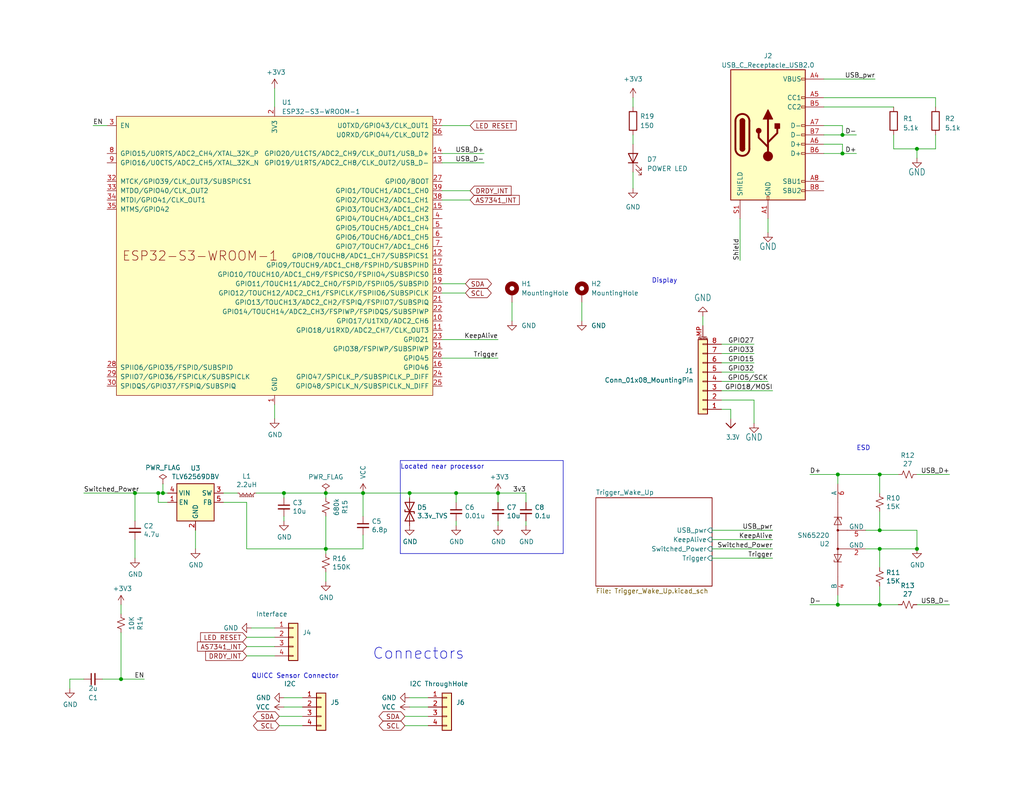
<source format=kicad_sch>
(kicad_sch (version 20230121) (generator eeschema)
  (paper "USLetter")
  (lib_symbols
    (symbol "Connector:USB_C_Receptacle_USB2.0" (pin_names (offset 1.016))
      (property "Reference" "J" (at -10.16 19.05 0))
      (property "Value" "USB_C_Receptacle_USB2.0" (at 19.05 19.05 0))
      (symbol "USB_C_Receptacle_USB2.0_1_1"
        (pin passive line (at 0 -22.86 90) (length 5.08) (name "GND") (number "A1"))
        (pin passive line (at 0 -22.86 90) (length 5.08) hide (name "GND") (number "A12"))
        (pin passive line (at 15.24 15.24 180) (length 5.08) (name "VBUS") (number "A4"))
        (pin bidirectional line (at 15.24 10.16 180) (length 5.08) (name "CC1") (number "A5"))
        (pin bidirectional line (at 15.24 -2.54 180) (length 5.08) (name "D+") (number "A6"))
        (pin bidirectional line (at 15.24 2.54 180) (length 5.08) (name "D-") (number "A7"))
        (pin bidirectional line (at 15.24 -12.7 180) (length 5.08) (name "SBU1") (number "A8"))
        (pin passive line (at 15.24 15.24 180) (length 5.08) hide (name "VBUS") (number "A9"))
        (pin passive line (at 0 -22.86 90) (length 5.08) hide (name "GND") (number "B1"))
        (pin passive line (at 0 -22.86 90) (length 5.08) hide (name "GND") (number "B12"))
        (pin passive line (at 15.24 15.24 180) (length 5.08) hide (name "VBUS") (number "B4"))
        (pin bidirectional line (at 15.24 7.62 180) (length 5.08) (name "CC2") (number "B5"))
        (pin bidirectional line (at 15.24 -5.08 180) (length 5.08) (name "D+") (number "B6"))
        (pin bidirectional line (at 15.24 0 180) (length 5.08) (name "D-") (number "B7"))
        (pin bidirectional line (at 15.24 -15.24 180) (length 5.08) (name "SBU2") (number "B8"))
        (pin passive line (at 15.24 15.24 180) (length 5.08) hide (name "VBUS") (number "B9"))
        (pin passive line (at -7.62 -22.86 90) (length 5.08) (name "SHIELD") (number "S1"))
      )
    )
    (symbol "Connector_Generic:Conn_01x04" (pin_names (offset 1.016) hide)
      (property "Reference" "J" (at 0 5.08 0))
      (property "Value" "Conn_01x04" (at 0 -7.62 0))
      (symbol "Conn_01x04_1_1"
        (pin passive line (at -5.08 2.54 0) (length 3.81) (name "Pin_1") (number "1"))
        (pin passive line (at -5.08 0 0) (length 3.81) (name "Pin_2") (number "2"))
        (pin passive line (at -5.08 -2.54 0) (length 3.81) (name "Pin_3") (number "3"))
        (pin passive line (at -5.08 -5.08 0) (length 3.81) (name "Pin_4") (number "4"))
      )
    )
    (symbol "Connector_Generic_MountingPin:Conn_01x08_MountingPin" (pin_names (offset 1.016) hide)
      (property "Reference" "J" (at 0 10.16 0))
      (property "Value" "Conn_01x08_MountingPin" (at 1.27 -12.7 0))
      (symbol "Conn_01x08_MountingPin_1_1"
        (text "Mounting" (at 0 -11.811 0) (effects (font (size 0.381 0.381))))
        (pin passive line (at -5.08 7.62 0) (length 3.81) (name "Pin_1") (number "1"))
        (pin passive line (at -5.08 5.08 0) (length 3.81) (name "Pin_2") (number "2"))
        (pin passive line (at -5.08 2.54 0) (length 3.81) (name "Pin_3") (number "3"))
        (pin passive line (at -5.08 0 0) (length 3.81) (name "Pin_4") (number "4"))
        (pin passive line (at -5.08 -2.54 0) (length 3.81) (name "Pin_5") (number "5"))
        (pin passive line (at -5.08 -5.08 0) (length 3.81) (name "Pin_6") (number "6"))
        (pin passive line (at -5.08 -7.62 0) (length 3.81) (name "Pin_7") (number "7"))
        (pin passive line (at -5.08 -10.16 0) (length 3.81) (name "Pin_8") (number "8"))
        (pin passive line (at 0 -15.24 90) (length 3.048) (name "MountPin") (number "MP"))
      )
    )
    (symbol "ControllerBoard-eagle-import:3.3V" (power)
      (property "Value" "3.3V" (at -1.524 1.016 0))
      (symbol "3.3V_1_0"
        (pin power_in line (at 0 -2.54 90) (length 2.54) (name "3.3V") (number "1"))
      )
    )
    (symbol "Device:LED" (pin_numbers hide) (pin_names (offset 1.016) hide)
      (property "Reference" "D" (at 0 2.54 0))
      (property "Value" "LED" (at 0 -2.54 0))
      (symbol "LED_1_1"
        (pin passive line (at -3.81 0 0) (length 2.54) (name "K") (number "1"))
        (pin passive line (at 3.81 0 180) (length 2.54) (name "A") (number "2"))
      )
    )
    (symbol "Device:L_Core_Ferrite_Small" (pin_numbers hide) (pin_names (offset 0.254) hide)
      (property "Reference" "L" (at 1.27 1.016 0))
      (property "Value" "Device_L_Core_Ferrite_Small" (at 1.27 -1.27 0))
      (symbol "L_Core_Ferrite_Small_1_1"
        (pin passive line (at 0 2.54 270) (length 0.508) (name "~") (number "1"))
        (pin passive line (at 0 -2.54 90) (length 0.508) (name "~") (number "2"))
      )
    )
    (symbol "Device:R" (pin_numbers hide) (pin_names (offset 0))
      (property "Reference" "R" (at 2.032 0 90))
      (property "Value" "R" (at 0 0 90))
      (symbol "R_1_1"
        (pin passive line (at 0 3.81 270) (length 1.27) (name "~") (number "1"))
        (pin passive line (at 0 -3.81 90) (length 1.27) (name "~") (number "2"))
      )
    )
    (symbol "Espressif:ESP32-S3-WROOM-1" (pin_names (offset 1.016))
      (property "Reference" "U" (at -43.18 43.18 0))
      (property "Value" "ESP32-S3-WROOM-1" (at -43.18 40.64 0))
      (symbol "ESP32-S3-WROOM-1_0_0"
        (text "ESP32-S3-WROOM-1" (at -20.32 0 0) (effects (font (size 2.54 2.54))))
        (pin power_in line (at 0 -40.64 90) (length 2.54) (name "GND") (number "1"))
        (pin bidirectional line (at 45.72 -17.78 180) (length 2.54) (name "GPIO17/U1TXD/ADC2_CH6") (number "10"))
        (pin bidirectional line (at 45.72 -20.32 180) (length 2.54) (name "GPIO18/U1RXD/ADC2_CH7/CLK_OUT3") (number "11"))
        (pin bidirectional line (at 45.72 0 180) (length 2.54) (name "GPIO8/TOUCH8/ADC1_CH7/SUBSPICS1") (number "12"))
        (pin bidirectional line (at 45.72 25.4 180) (length 2.54) (name "GPIO19/U1RTS/ADC2_CH8/CLK_OUT2/USB_D-") (number "13"))
        (pin bidirectional line (at 45.72 27.94 180) (length 2.54) (name "GPIO20/U1CTS/ADC2_CH9/CLK_OUT1/USB_D+") (number "14"))
        (pin bidirectional line (at 45.72 12.7 180) (length 2.54) (name "GPIO3/TOUCH3/ADC1_CH2") (number "15"))
        (pin bidirectional line (at 45.72 -30.48 180) (length 2.54) (name "GPIO46") (number "16"))
        (pin bidirectional line (at 45.72 -2.54 180) (length 2.54) (name "GPIO9/TOUCH9/ADC1_CH8/FSPIHD/SUBSPIHD") (number "17"))
        (pin bidirectional line (at 45.72 -5.08 180) (length 2.54) (name "GPIO10/TOUCH10/ADC1_CH9/FSPICS0/FSPIIO4/SUBSPICS0") (number "18"))
        (pin bidirectional line (at 45.72 -7.62 180) (length 2.54) (name "GPIO11/TOUCH11/ADC2_CH0/FSPID/FSPIIO5/SUBSPID") (number "19"))
        (pin power_in line (at 0 40.64 270) (length 2.54) (name "3V3") (number "2"))
        (pin bidirectional line (at 45.72 -10.16 180) (length 2.54) (name "GPIO12/TOUCH12/ADC2_CH1/FSPICLK/FSPIIO6/SUBSPICLK") (number "20"))
        (pin bidirectional line (at 45.72 -12.7 180) (length 2.54) (name "GPIO13/TOUCH13/ADC2_CH2/FSPIQ/FSPIIO7/SUBSPIQ") (number "21"))
        (pin bidirectional line (at 45.72 -15.24 180) (length 2.54) (name "GPIO14/TOUCH14/ADC2_CH3/FSPIWP/FSPIDQS/SUBSPIWP") (number "22"))
        (pin bidirectional line (at 45.72 -22.86 180) (length 2.54) (name "GPIO21") (number "23"))
        (pin bidirectional line (at 45.72 -33.02 180) (length 2.54) (name "GPIO47/SPICLK_P/SUBSPICLK_P_DIFF") (number "24"))
        (pin bidirectional line (at 45.72 -35.56 180) (length 2.54) (name "GPIO48/SPICLK_N/SUBSPICLK_N_DIFF") (number "25"))
        (pin bidirectional line (at 45.72 -27.94 180) (length 2.54) (name "GPIO45") (number "26"))
        (pin bidirectional line (at 45.72 20.32 180) (length 2.54) (name "GPIO0/BOOT") (number "27"))
        (pin bidirectional line (at -45.72 -30.48 0) (length 2.54) (name "SPIIO6/GPIO35/FSPID/SUBSPID") (number "28"))
        (pin bidirectional line (at -45.72 -33.02 0) (length 2.54) (name "SPIIO7/GPIO36/FSPICLK/SUBSPICLK") (number "29"))
        (pin input line (at -45.72 35.56 0) (length 2.54) (name "EN") (number "3"))
        (pin bidirectional line (at -45.72 -35.56 0) (length 2.54) (name "SPIDQS/GPIO37/FSPIQ/SUBSPIQ") (number "30"))
        (pin bidirectional line (at 45.72 -25.4 180) (length 2.54) (name "GPIO38/FSPIWP/SUBSPIWP") (number "31"))
        (pin bidirectional line (at -45.72 20.32 0) (length 2.54) (name "MTCK/GPIO39/CLK_OUT3/SUBSPICS1") (number "32"))
        (pin bidirectional line (at -45.72 17.78 0) (length 2.54) (name "MTDO/GPIO40/CLK_OUT2") (number "33"))
        (pin bidirectional line (at -45.72 15.24 0) (length 2.54) (name "MTDI/GPIO41/CLK_OUT1") (number "34"))
        (pin bidirectional line (at -45.72 12.7 0) (length 2.54) (name "MTMS/GPIO42") (number "35"))
        (pin bidirectional line (at 45.72 33.02 180) (length 2.54) (name "U0RXD/GPIO44/CLK_OUT2") (number "36"))
        (pin bidirectional line (at 45.72 35.56 180) (length 2.54) (name "U0TXD/GPIO43/CLK_OUT1") (number "37"))
        (pin bidirectional line (at 45.72 15.24 180) (length 2.54) (name "GPIO2/TOUCH2/ADC1_CH1") (number "38"))
        (pin bidirectional line (at 45.72 17.78 180) (length 2.54) (name "GPIO1/TOUCH1/ADC1_CH0") (number "39"))
        (pin bidirectional line (at 45.72 10.16 180) (length 2.54) (name "GPIO4/TOUCH4/ADC1_CH3") (number "4"))
        (pin passive line (at 0 -40.64 90) (length 2.54) hide (name "GND") (number "40"))
        (pin passive line (at 0 -40.64 90) (length 2.54) hide (name "GND") (number "41"))
        (pin bidirectional line (at 45.72 7.62 180) (length 2.54) (name "GPIO5/TOUCH5/ADC1_CH4") (number "5"))
        (pin bidirectional line (at 45.72 5.08 180) (length 2.54) (name "GPIO6/TOUCH6/ADC1_CH5") (number "6"))
        (pin bidirectional line (at 45.72 2.54 180) (length 2.54) (name "GPIO7/TOUCH7/ADC1_CH6") (number "7"))
        (pin bidirectional line (at -45.72 27.94 0) (length 2.54) (name "GPIO15/U0RTS/ADC2_CH4/XTAL_32K_P") (number "8"))
        (pin bidirectional line (at -45.72 25.4 0) (length 2.54) (name "GPIO16/U0CTS/ADC2_CH5/XTAL_32K_N") (number "9"))
      )
    )
    (symbol "Mechanical:MountingHole_Pad" (pin_numbers hide) (pin_names (offset 1.016) hide)
      (property "Reference" "H" (at 0 6.35 0))
      (property "Value" "MountingHole_Pad" (at 0 4.445 0))
      (symbol "MountingHole_Pad_1_1"
        (pin input line (at 0 -2.54 90) (length 2.54) (name "1") (number "1"))
      )
    )
    (symbol "power:+3.3V" (power) (pin_names (offset 0))
      (property "Value" "+3.3V" (at 0 3.556 0))
      (symbol "+3.3V_1_1"
        (pin power_in line (at 0 0 90) (length 0) hide (name "+3V3") (number "1"))
      )
    )
    (symbol "power:GND" (power) (pin_names (offset 0))
      (property "Value" "GND" (at 0 -3.81 0))
      (symbol "GND_1_1"
        (pin power_in line (at 0 0 270) (length 0) hide (name "GND") (number "1"))
      )
    )
    (symbol "power:PWR_FLAG" (power) (pin_numbers hide) (pin_names (offset 0) hide)
      (property "Value" "PWR_FLAG" (at 0 3.81 0))
      (symbol "PWR_FLAG_0_0"
        (pin power_out line (at 0 0 90) (length 0) (name "pwr") (number "1"))
      )
    )
    (symbol "power:VCC" (power) (pin_names (offset 0))
      (property "Value" "VCC" (at 0 3.81 0))
      (symbol "VCC_1_1"
        (pin power_in line (at 0 0 90) (length 0) hide (name "VCC") (number "1"))
      )
    )
    (symbol "temp-sensor-rescue:+3.3V-power-temp-sensor-rescue" (power) (pin_names (offset 0))
      (property "Value" "+3.3V-power-temp-sensor-rescue" (at 0 3.556 0))
      (symbol "+3.3V-power-temp-sensor-rescue_1_1"
        (pin power_in line (at 0 0 90) (length 0) hide (name "+3V3") (number "1"))
      )
    )
    (symbol "temp-sensor-rescue:C_Small-Device-temp-sensor-rescue" (pin_numbers hide) (pin_names (offset 0.254) hide)
      (property "Reference" "C" (at 0.254 1.778 0))
      (property "Value" "C_Small-Device-temp-sensor-rescue" (at 0.254 -2.032 0))
      (symbol "C_Small-Device-temp-sensor-rescue_1_1"
        (pin passive line (at 0 2.54 270) (length 2.032) (name "~") (number "1"))
        (pin passive line (at 0 -2.54 90) (length 2.032) (name "~") (number "2"))
      )
    )
    (symbol "temp-sensor-rescue:D_TVS-Device-temp-sensor-rescue" (pin_numbers hide) (pin_names (offset 1.016) hide)
      (property "Reference" "D" (at 0 2.54 0))
      (property "Value" "D_TVS-Device-temp-sensor-rescue" (at 0 -2.54 0))
      (symbol "D_TVS-Device-temp-sensor-rescue_1_1"
        (pin passive line (at -3.81 0 0) (length 2.54) (name "A1") (number "1"))
        (pin passive line (at 3.81 0 180) (length 2.54) (name "A2") (number "2"))
      )
    )
    (symbol "temp-sensor-rescue:GND-power-temp-sensor-rescue" (power) (pin_names (offset 0))
      (property "Value" "GND-power-temp-sensor-rescue" (at 0 -3.81 0))
      (symbol "GND-power-temp-sensor-rescue_1_1"
        (pin power_in line (at 0 0 270) (length 0) hide (name "GND") (number "1"))
      )
    )
    (symbol "temp-sensor-rescue:R_Small_US-Device-temp-sensor-rescue" (pin_numbers hide) (pin_names (offset 0.254) hide)
      (property "Reference" "R" (at 0.762 0.508 0))
      (property "Value" "R_Small_US-Device-temp-sensor-rescue" (at 0.762 -1.016 0))
      (symbol "R_Small_US-Device-temp-sensor-rescue_1_1"
        (pin passive line (at 0 2.54 270) (length 1.016) (name "~") (number "1"))
        (pin passive line (at 0 -2.54 90) (length 1.016) (name "~") (number "2"))
      )
    )
    (symbol "temp-sensor-rescue:TLV62569DBV-Regulator_Switching-temp-sensor-rescue"
      (property "Reference" "U" (at -5.08 6.35 0))
      (property "Value" "TLV62569DBV-Regulator_Switching-temp-sensor-rescue" (at 0 6.35 0))
      (symbol "TLV62569DBV-Regulator_Switching-temp-sensor-rescue_1_1"
        (pin input line (at -7.62 0 0) (length 2.54) (name "EN") (number "1"))
        (pin power_in line (at 0 -7.62 90) (length 2.54) (name "GND") (number "2"))
        (pin power_out line (at 7.62 2.54 180) (length 2.54) (name "SW") (number "3"))
        (pin power_in line (at -7.62 2.54 0) (length 2.54) (name "VIN") (number "4"))
        (pin input line (at 7.62 0 180) (length 2.54) (name "FB") (number "5"))
      )
    )
    (symbol "twig:SN65220-Power_Protection_passthrough" (pin_names (offset 0))
      (property "Reference" "U" (at 0 5.715 0))
      (property "Value" "SN65220-Power_Protection_passthrough" (at 0 3.81 0))
      (symbol "SN65220-Power_Protection_passthrough_1_1"
        (pin passive line (at -15.24 0 0) (length 2.54) hide (name "~") (number "1"))
        (pin passive line (at 2.54 -7.62 90) (length 5.08) (name "GND") (number "2"))
        (pin passive line (at 15.24 0 180) (length 2.54) hide (name "~") (number "3"))
        (pin passive line (at 15.24 0 180) (length 5.08) (name "B") (number "4"))
        (pin passive line (at -2.54 -7.62 90) (length 5.08) (name "GND") (number "5"))
        (pin passive line (at -15.24 0 0) (length 5.08) (name "A") (number "6"))
      )
    )
  )
  (junction (at 99.06 134.62))
  (junction (at 88.9 149.86))
  (junction (at 228.6 129.54))
  (junction (at 77.47 134.62))
  (junction (at 44.45 134.62))
  (junction (at 135.89 134.62))
  (junction (at 240.03 129.54))
  (junction (at 250.19 40.64))
  (junction (at 229.87 36.83))
  (junction (at 36.83 134.62))
  (junction (at 43.18 134.62))
  (junction (at 33.02 185.42))
  (junction (at 240.03 165.1))
  (junction (at 111.76 134.62))
  (junction (at 124.46 134.62))
  (junction (at 240.03 149.86))
  (junction (at 88.9 134.62))
  (junction (at 229.87 41.91))
  (junction (at 250.19 149.86))
  (junction (at 228.6 165.1))
  (junction (at 240.03 144.78))
  (wire (pts (xy 194.31 147.32) (xy 210.82 147.32)))
  (wire (pts (xy 205.74 109.22) (xy 205.74 115.57)))
  (wire (pts (xy 128.27 54.61) (xy 120.65 54.61)))
  (wire (pts (xy 240.03 144.78) (xy 240.03 139.7)))
  (wire (pts (xy 143.51 142.24) (xy 143.51 143.51)))
  (wire (pts (xy 139.7 82.55) (xy 139.7 87.63)))
  (wire (pts (xy 196.85 96.52) (xy 205.74 96.52)))
  (wire (pts (xy 240.03 129.54) (xy 240.03 134.62)))
  (wire (pts (xy 127 80.01) (xy 120.65 80.01)))
  (wire (pts (xy 172.72 26.67) (xy 172.72 29.21)))
  (wire (pts (xy 22.86 134.62) (xy 36.83 134.62)))
  (wire (pts (xy 53.34 149.86) (xy 53.34 144.78)))
  (wire (pts (xy 120.65 44.45) (xy 132.08 44.45)))
  (wire (pts (xy 25.4 34.29) (xy 29.21 34.29)))
  (wire (pts (xy 240.03 160.02) (xy 240.03 165.1)))
  (wire (pts (xy 135.89 134.62) (xy 143.51 134.62)))
  (wire (pts (xy 77.47 193.04) (xy 82.55 193.04)))
  (wire (pts (xy 36.83 134.62) (xy 43.18 134.62)))
  (wire (pts (xy 250.19 149.86) (xy 240.03 149.86)))
  (wire (pts (xy 191.77 88.9) (xy 191.77 86.36)))
  (polyline (pts (xy 109.22 125.73) (xy 109.22 151.13)))
  (wire (pts (xy 243.84 36.83) (xy 243.84 40.64)))
  (wire (pts (xy 229.87 36.83) (xy 233.68 36.83)))
  (wire (pts (xy 74.93 110.49) (xy 74.93 114.3)))
  (wire (pts (xy 209.55 63.5) (xy 209.55 59.69)))
  (wire (pts (xy 111.76 134.62) (xy 124.46 134.62)))
  (wire (pts (xy 124.46 134.62) (xy 135.89 134.62)))
  (wire (pts (xy 135.89 137.16) (xy 135.89 134.62)))
  (wire (pts (xy 67.31 179.07) (xy 74.93 179.07)))
  (wire (pts (xy 111.76 193.04) (xy 116.84 193.04)))
  (wire (pts (xy 88.9 149.86) (xy 99.06 149.86)))
  (wire (pts (xy 99.06 134.62) (xy 99.06 140.97)))
  (wire (pts (xy 194.31 149.86) (xy 210.82 149.86)))
  (wire (pts (xy 110.49 195.58) (xy 116.84 195.58)))
  (wire (pts (xy 77.47 190.5) (xy 82.55 190.5)))
  (wire (pts (xy 124.46 134.62) (xy 124.46 137.16)))
  (wire (pts (xy 135.89 143.51) (xy 135.89 142.24)))
  (wire (pts (xy 120.65 92.71) (xy 135.89 92.71)))
  (polyline (pts (xy 153.67 125.73) (xy 153.67 151.13)))
  (wire (pts (xy 88.9 135.89) (xy 88.9 134.62)))
  (wire (pts (xy 45.72 137.16) (xy 43.18 137.16)))
  (polyline (pts (xy 153.67 151.13) (xy 109.22 151.13)))
  (wire (pts (xy 250.19 144.78) (xy 240.03 144.78)))
  (wire (pts (xy 128.27 34.29) (xy 120.65 34.29)))
  (wire (pts (xy 68.58 171.45) (xy 74.93 171.45)))
  (wire (pts (xy 88.9 134.62) (xy 99.06 134.62)))
  (wire (pts (xy 224.79 29.21) (xy 243.84 29.21)))
  (wire (pts (xy 240.03 149.86) (xy 240.03 154.94)))
  (wire (pts (xy 19.05 185.42) (xy 19.05 187.96)))
  (wire (pts (xy 111.76 190.5) (xy 116.84 190.5)))
  (wire (pts (xy 67.31 173.99) (xy 74.93 173.99)))
  (wire (pts (xy 199.39 111.76) (xy 199.39 114.3)))
  (wire (pts (xy 33.02 185.42) (xy 39.37 185.42)))
  (wire (pts (xy 228.6 165.1) (xy 228.6 162.56)))
  (wire (pts (xy 255.27 26.67) (xy 224.79 26.67)))
  (wire (pts (xy 120.65 41.91) (xy 132.08 41.91)))
  (wire (pts (xy 229.87 36.83) (xy 224.79 36.83)))
  (wire (pts (xy 99.06 149.86) (xy 99.06 146.05)))
  (wire (pts (xy 27.94 185.42) (xy 33.02 185.42)))
  (wire (pts (xy 243.84 40.64) (xy 250.19 40.64)))
  (wire (pts (xy 120.65 97.79) (xy 135.89 97.79)))
  (wire (pts (xy 127 77.47) (xy 120.65 77.47)))
  (wire (pts (xy 76.2 198.12) (xy 82.55 198.12)))
  (wire (pts (xy 196.85 93.98) (xy 205.74 93.98)))
  (wire (pts (xy 43.18 134.62) (xy 44.45 134.62)))
  (wire (pts (xy 224.79 34.29) (xy 229.87 34.29)))
  (wire (pts (xy 44.45 132.08) (xy 44.45 134.62)))
  (wire (pts (xy 250.19 129.54) (xy 259.08 129.54)))
  (wire (pts (xy 245.11 165.1) (xy 240.03 165.1)))
  (wire (pts (xy 196.85 106.68) (xy 210.82 106.68)))
  (wire (pts (xy 33.02 172.72) (xy 33.02 185.42)))
  (wire (pts (xy 250.19 40.64) (xy 255.27 40.64)))
  (wire (pts (xy 236.22 149.86) (xy 240.03 149.86)))
  (wire (pts (xy 172.72 46.99) (xy 172.72 51.435)))
  (wire (pts (xy 111.76 135.89) (xy 111.76 134.62)))
  (wire (pts (xy 196.85 104.14) (xy 209.55 104.14)))
  (wire (pts (xy 228.6 165.1) (xy 220.98 165.1)))
  (wire (pts (xy 229.87 39.37) (xy 229.87 41.91)))
  (wire (pts (xy 196.85 109.22) (xy 205.74 109.22)))
  (wire (pts (xy 69.85 134.62) (xy 77.47 134.62)))
  (wire (pts (xy 60.96 134.62) (xy 64.77 134.62)))
  (wire (pts (xy 229.87 41.91) (xy 233.68 41.91)))
  (wire (pts (xy 250.19 144.78) (xy 250.19 149.86)))
  (wire (pts (xy 74.93 24.13) (xy 74.93 29.21)))
  (wire (pts (xy 36.83 147.32) (xy 36.83 152.4)))
  (wire (pts (xy 259.08 165.1) (xy 250.19 165.1)))
  (wire (pts (xy 110.49 198.12) (xy 116.84 198.12)))
  (wire (pts (xy 229.87 34.29) (xy 229.87 36.83)))
  (wire (pts (xy 67.31 176.53) (xy 74.93 176.53)))
  (wire (pts (xy 67.31 137.16) (xy 67.31 149.86)))
  (wire (pts (xy 240.03 129.54) (xy 228.6 129.54)))
  (wire (pts (xy 77.47 134.62) (xy 88.9 134.62)))
  (wire (pts (xy 88.9 149.86) (xy 88.9 151.13)))
  (wire (pts (xy 33.02 165.1) (xy 33.02 167.64)))
  (polyline (pts (xy 109.22 125.73) (xy 153.67 125.73)))
  (wire (pts (xy 196.85 101.6) (xy 205.74 101.6)))
  (wire (pts (xy 143.51 137.16) (xy 143.51 134.62)))
  (wire (pts (xy 238.76 21.59) (xy 224.79 21.59)))
  (wire (pts (xy 236.22 144.78) (xy 240.03 144.78)))
  (wire (pts (xy 128.27 52.07) (xy 120.65 52.07)))
  (wire (pts (xy 44.45 134.62) (xy 45.72 134.62)))
  (wire (pts (xy 201.93 71.12) (xy 201.93 59.69)))
  (wire (pts (xy 76.2 195.58) (xy 82.55 195.58)))
  (wire (pts (xy 194.31 152.4) (xy 210.82 152.4)))
  (wire (pts (xy 229.87 41.91) (xy 224.79 41.91)))
  (wire (pts (xy 158.75 82.55) (xy 158.75 87.63)))
  (wire (pts (xy 194.31 144.78) (xy 210.82 144.78)))
  (wire (pts (xy 88.9 149.86) (xy 88.9 140.97)))
  (wire (pts (xy 199.39 111.76) (xy 196.85 111.76)))
  (wire (pts (xy 60.96 137.16) (xy 67.31 137.16)))
  (wire (pts (xy 240.03 165.1) (xy 228.6 165.1)))
  (wire (pts (xy 19.05 185.42) (xy 22.86 185.42)))
  (wire (pts (xy 196.85 99.06) (xy 205.74 99.06)))
  (wire (pts (xy 36.83 142.24) (xy 36.83 134.62)))
  (wire (pts (xy 255.27 40.64) (xy 255.27 36.83)))
  (wire (pts (xy 124.46 142.24) (xy 124.46 143.51)))
  (wire (pts (xy 67.31 149.86) (xy 88.9 149.86)))
  (wire (pts (xy 99.06 134.62) (xy 111.76 134.62)))
  (wire (pts (xy 255.27 29.21) (xy 255.27 26.67)))
  (wire (pts (xy 77.47 140.97) (xy 77.47 142.24)))
  (wire (pts (xy 224.79 39.37) (xy 229.87 39.37)))
  (wire (pts (xy 43.18 137.16) (xy 43.18 134.62)))
  (wire (pts (xy 228.6 129.54) (xy 220.98 129.54)))
  (wire (pts (xy 172.72 36.83) (xy 172.72 39.37)))
  (wire (pts (xy 228.6 129.54) (xy 228.6 132.08)))
  (wire (pts (xy 245.11 129.54) (xy 240.03 129.54)))
  (wire (pts (xy 88.9 156.21) (xy 88.9 158.75)))
  (wire (pts (xy 250.19 40.64) (xy 250.19 43.18)))
  (wire (pts (xy 77.47 134.62) (xy 77.47 135.89)))
  (text "ESD " (at 233.68 123.19 0) (effects (font (size 1.27 1.27)) (justify left bottom)))
  (text "QUICC Sensor Connector" (at 68.58 185.42 0) (effects (font (size 1.27 1.27)) (justify left bottom)))
  (text "Display" (at 177.8 77.47 0) (effects (font (size 1.27 1.27)) (justify left bottom)))
  (text "Located near processor" (at 109.22 128.27 0) (effects (font (size 1.27 1.27)) (justify left bottom)))
  (text "Connectors" (at 101.6 180.34 0) (effects (font (size 3 3)) (justify left bottom)))
  (label "D+" (at 220.98 129.54 0))
  (label "USB_D+" (at 132.08 41.91 180))
  (label "Trigger" (at 210.82 152.4 180) (property "Intersheetrefs" "${INTERSHEET_REFS}" (effects hide)))
  (label "KeepAlive" (at 135.89 92.71 180) (property "Intersheetrefs" "${INTERSHEET_REFS}" (effects hide)))
  (label "USB_D-" (at 132.08 44.45 180))
  (label "3v3" (at 143.51 134.62 180))
  (label "GPIO33" (at 205.74 96.52 180))
  (label "Switched_Power" (at 22.86 134.62 0))
  (label "D-" (at 233.68 36.83 180))
  (label "GPIO15" (at 205.74 99.06 180))
  (label "GPIO18{slash}MOSI" (at 210.82 106.68 180))
  (label "USB_D+" (at 259.08 129.54 180))
  (label "GPIO5{slash}SCK" (at 209.55 104.14 180))
  (label "KeepAlive" (at 210.82 147.32 180) (property "Intersheetrefs" "${INTERSHEET_REFS}" (effects hide)))
  (label "USB_pwr" (at 238.76 21.59 180) (property "Intersheetrefs" "${INTERSHEET_REFS}" (effects hide)))
  (label "USB_D-" (at 259.08 165.1 180))
  (label "EN" (at 39.37 185.42 180))
  (label "Switched_Power" (at 210.82 149.86 180))
  (label "GPIO32" (at 205.74 101.6 180))
  (label "GPIO27" (at 205.74 93.98 180))
  (label "D-" (at 220.98 165.1 0))
  (label "Shield" (at 201.93 71.12 90))
  (label "EN" (at 25.4 34.29 0))
  (label "USB_pwr" (at 210.82 144.78 180) (property "Intersheetrefs" "${INTERSHEET_REFS}" (effects hide)))
  (label "Trigger" (at 135.89 97.79 180) (property "Intersheetrefs" "${INTERSHEET_REFS}" (effects hide)))
  (label "D+" (at 233.68 41.91 180))
  (global_label "SDA" (shape bidirectional) (at 110.49 195.58 180) (property "Intersheetrefs" "${INTERSHEET_REFS}" (effects hide)))
  (global_label "DRDY_INT" (shape input) (at 67.31 179.07 180) (property "Intersheetrefs" "${INTERSHEET_REFS}" (effects hide)))
  (global_label "SDA" (shape bidirectional) (at 76.2 195.58 180) (property "Intersheetrefs" "${INTERSHEET_REFS}" (effects hide)))
  (global_label "LED RESET" (shape input) (at 67.31 173.99 180) (property "Intersheetrefs" "${INTERSHEET_REFS}" (effects hide)))
  (global_label "SCL" (shape bidirectional) (at 76.2 198.12 180) (property "Intersheetrefs" "${INTERSHEET_REFS}" (effects hide)))
  (global_label "DRDY_INT" (shape input) (at 128.27 52.07 0) (property "Intersheetrefs" "${INTERSHEET_REFS}" (effects hide)))
  (global_label "AS7341_INT" (shape input) (at 67.31 176.53 180) (property "Intersheetrefs" "${INTERSHEET_REFS}" (effects hide)))
  (global_label "SCL" (shape bidirectional) (at 127 80.01 0) (property "Intersheetrefs" "${INTERSHEET_REFS}" (effects hide)))
  (global_label "SCL" (shape bidirectional) (at 110.49 198.12 180) (property "Intersheetrefs" "${INTERSHEET_REFS}" (effects hide)))
  (global_label "SDA" (shape bidirectional) (at 127 77.47 0) (property "Intersheetrefs" "${INTERSHEET_REFS}" (effects hide)))
  (global_label "AS7341_INT" (shape input) (at 128.27 54.61 0) (property "Intersheetrefs" "${INTERSHEET_REFS}" (effects hide)))
  (global_label "LED RESET" (shape input) (at 128.27 34.29 0) (property "Intersheetrefs" "${INTERSHEET_REFS}" (effects hide)))
  (symbol (lib_id "temp-sensor-rescue:GND-power-temp-sensor-rescue") (at 74.93 114.3 0) (unit 1)
    (property "Reference" "#PWR012" (effects hide))
    (property "Value" "GND" (at 75.057 118.6942 0))
  )
  (symbol (lib_id "Device:R") (at 243.84 33.02 0) (unit 1)
    (property "Reference" "R1" (at 246.38 32.385 0) (effects (justify left)))
    (property "Value" "5.1k" (at 246.38 34.925 0) (effects (justify left)))
    (property "Footprint" "Resistor_SMD:R_0402_1005Metric" (effects hide))
  )
  (symbol (lib_id "temp-sensor-rescue:R_Small_US-Device-temp-sensor-rescue") (at 247.65 165.1 90) (unit 1)
    (property "Reference" "R13" (at 247.65 159.893 90))
    (property "Value" "27" (at 247.65 162.2044 90))
    (property "Footprint" "Resistor_SMD:R_0402_1005Metric" (effects hide))
    (property "Datasheet" "https://www.mouser.com/datasheet/2/219/RK73B-1825463.pdf" (effects hide))
    (property "Description" "Thick Film Resistors - SMD 1/8W 27 OHM 5%" (effects hide))
    (property "Manufacturer_Name" "KOA Speer" (effects hide))
    (property "Manufacturer_Part_Number" "RK73B1JTTDD270J" (effects hide))
    (property "Mouser Part Number" "660-RK73B1JTTDD270J" (effects hide))
    (property "Mouser Price/Stock" "$0.10/100000" (effects hide))
    (property "PARTREV" "V3" (effects hide))
    (property "Configuration" "all" (effects hide))
  )
  (symbol (lib_id "power:VCC") (at 77.47 193.04 90) (unit 1)
    (property "Reference" "#PWR019" (effects hide))
    (property "Value" "VCC" (at 69.85 193.04 90) (effects (justify right)))
  )
  (symbol (lib_id "Connector_Generic:Conn_01x04") (at 121.92 193.04 0) (unit 1)
    (property "Reference" "J6" (at 124.46 191.7699 0) (effects (justify left)))
    (property "Value" "I2C ThroughHole" (at 111.76 186.69 0) (effects (justify left)))
    (property "Footprint" "Connector_PinSocket_2.54mm:PinSocket_1x04_P2.54mm_Vertical" (effects hide))
  )
  (symbol (lib_id "power:VCC") (at 111.76 193.04 90) (unit 1)
    (property "Reference" "#PWR021" (effects hide))
    (property "Value" "VCC" (at 104.14 193.04 90) (effects (justify right)))
  )
  (symbol (lib_id "temp-sensor-rescue:+3.3V-power-temp-sensor-rescue") (at 135.89 134.62 0) (unit 1)
    (property "Reference" "#PWR013" (effects hide))
    (property "Value" "+3.3V" (at 136.271 130.2258 0))
  )
  (symbol (lib_id "Connector_Generic_MountingPin:Conn_01x08_MountingPin") (at 191.77 104.14 180) (unit 1)
    (property "Reference" "J1" (at 189.23 101.2443 0) (effects (justify left)))
    (property "Value" "Conn_01x08_MountingPin" (at 189.23 103.7843 0) (effects (justify left)))
    (property "Footprint" "Connector_JST:JST_PH_S8B-PH-SM4-TB_1x08-1MP_P2.00mm_Horizontal" (effects hide))
  )
  (symbol (lib_id "temp-sensor-rescue:GND-power-temp-sensor-rescue") (at 111.76 143.51 0) (unit 1)
    (property "Reference" "#PWR010" (effects hide))
    (property "Value" "GND" (at 111.887 147.9042 0))
  )
  (symbol (lib_id "temp-sensor-rescue:GND-power-temp-sensor-rescue") (at 143.51 143.51 0) (unit 1)
    (property "Reference" "#PWR015" (effects hide))
    (property "Value" "GND" (at 143.637 147.9042 0))
  )
  (symbol (lib_id "Device:L_Core_Ferrite_Small") (at 67.31 134.62 90) (mirror x) (unit 1)
    (property "Reference" "L1" (at 67.31 130.0226 90))
    (property "Value" "2.2uH" (at 67.31 132.334 90))
    (property "Footprint" "Inductor_SMD:L_Taiyo-Yuden_MD-4040" (effects hide))
    (property "Datasheet" "https://www.mouser.com/datasheet/2/396/wound09_e-1396591.pdf" (effects hide))
    (property "Description" "Fixed Inductors 4040 2.2uH 79mOhms +/-20%Tol 2.8A HiCur" (effects hide))
    (property "Manufacturer_Name" "Taiyo Yuden" (effects hide))
    (property "Manufacturer_Part_Number" "MDMK4040T2R2MM" (effects hide))
    (property "Mouser Part Number" "963-MDMK4040T2R2MM" (effects hide))
    (property "Mouser Price/Stock" "	$0.78/678" (effects hide))
    (property "Height" "2" (effects hide))
    (property "Configuration" "all" (effects hide))
  )
  (symbol (lib_id "power:GND") (at 205.74 115.57 0) (unit 1)
    (property "Reference" "#GND0101" (effects hide))
    (property "Value" "GND" (at 205.74 119.38 0) (effects (font (size 1.778 1.5113))))
    (property "Footprint" "ControllerBoard:" (effects hide))
  )
  (symbol (lib_id "power:GND") (at 158.75 87.63 0) (unit 1)
    (property "Reference" "#PWR025" (effects hide))
    (property "Value" "GND" (at 161.29 88.8999 0) (effects (justify left)))
  )
  (symbol (lib_id "temp-sensor-rescue:GND-power-temp-sensor-rescue") (at 88.9 158.75 0) (unit 1)
    (property "Reference" "#PWR07" (effects hide))
    (property "Value" "GND" (at 89.027 163.1442 0))
  )
  (symbol (lib_id "Device:R") (at 255.27 33.02 0) (unit 1)
    (property "Reference" "R2" (at 257.81 32.385 0) (effects (justify left)))
    (property "Value" "5.1k" (at 257.81 34.925 0) (effects (justify left)))
    (property "Footprint" "Resistor_SMD:R_0402_1005Metric" (effects hide))
  )
  (symbol (lib_id "temp-sensor-rescue:R_Small_US-Device-temp-sensor-rescue") (at 33.02 170.18 180) (unit 1)
    (property "Reference" "R14" (at 38.227 170.18 90))
    (property "Value" "10K" (at 35.9156 170.18 90))
    (property "Footprint" "Resistor_SMD:R_0402_1005Metric" (effects hide))
    (property "Datasheet" "https://www.mouser.com/datasheet/2/447/Yageo_03_18_2021_PYu_RC_Group_51_RoHS_L_11-2199992.pdf" (effects hide))
    (property "Description" "Thick Film Resistors - SMD 10 kOhms 100 mW 5%" (effects hide))
    (property "Manufacturer_Name" "Yageo" (effects hide))
    (property "Manufacturer_Part_Number" "ESR03EZPJ103" (effects hide))
    (property "Mouser Part Number" "755-ESR03EZPJ103" (effects hide))
    (property "Mouser Price/Stock" "$0.10/256000" (effects hide))
    (property "PARTREV" "V3" (effects hide))
    (property "Configuration" "all" (effects hide))
  )
  (symbol (lib_id "temp-sensor-rescue:C_Small-Device-temp-sensor-rescue") (at 25.4 185.42 90) (unit 1)
    (property "Reference" "C1" (at 25.4 190.5 90))
    (property "Value" "2u" (at 25.4 187.96 90))
    (property "Footprint" "Capacitor_SMD:C_0603_1608Metric" (effects hide))
    (property "Description" "Multilayer Ceramic Capacitors MLCC - SMD/SMT 16VDC 1uF 10% X7R" (effects hide))
    (property "Manufacturer_Name" "Taiyo Yuden" (effects hide))
    (property "Manufacturer_Part_Number" "EMK107B7105KA-T" (effects hide))
    (property "Mouser Part Number" "963-EMK107B7105KA-T" (effects hide))
    (property "Mouser Price/Stock" "$0.10/110000" (effects hide))
    (property "PARTREV" "V3" (effects hide))
    (property "Configuration" "all" (effects hide))
  )
  (symbol (lib_id "temp-sensor-rescue:GND-power-temp-sensor-rescue") (at 124.46 143.51 0) (unit 1)
    (property "Reference" "#PWR011" (effects hide))
    (property "Value" "GND" (at 124.587 147.9042 0))
  )
  (symbol (lib_id "power:GND") (at 139.7 87.63 0) (unit 1)
    (property "Reference" "#PWR024" (effects hide))
    (property "Value" "GND" (at 142.24 88.8999 0) (effects (justify left)))
  )
  (symbol (lib_id "temp-sensor-rescue:R_Small_US-Device-temp-sensor-rescue") (at 240.03 137.16 0) (unit 1)
    (property "Reference" "R10" (at 241.7572 135.9916 0) (effects (justify left)))
    (property "Value" "15K" (at 241.7572 138.303 0) (effects (justify left)))
    (property "Footprint" "Resistor_SMD:R_0402_1005Metric" (effects hide))
    (property "Datasheet" "https://www.mouser.com/datasheet/2/447/Yageo_03_18_2021_PYu_RC_Group_51_RoHS_L_11-2199992.pdf" (effects hide))
    (property "Description" "Thick Film Resistors - SMD 15 kOhms 100-200 mW 1%" (effects hide))
    (property "Manufacturer_Name" "Yageo" (effects hide))
    (property "Manufacturer_Part_Number" "RC0603FR-1315KL" (effects hide))
    (property "Mouser Part Number" "603-RC0603FR-1315KL" (effects hide))
    (property "Mouser Price/Stock" "$0.10/78000" (effects hide))
    (property "PARTREV" "V3" (effects hide))
    (property "Configuration" "all" (effects hide))
  )
  (symbol (lib_id "temp-sensor-rescue:R_Small_US-Device-temp-sensor-rescue") (at 240.03 157.48 0) (unit 1)
    (property "Reference" "R11" (at 241.7572 156.3116 0) (effects (justify left)))
    (property "Value" "15K" (at 241.7572 158.623 0) (effects (justify left)))
    (property "Footprint" "Resistor_SMD:R_0402_1005Metric" (effects hide))
    (property "Datasheet" "https://www.mouser.com/datasheet/2/447/Yageo_03_18_2021_PYu_RC_Group_51_RoHS_L_11-2199992.pdf" (effects hide))
    (property "Description" "Thick Film Resistors - SMD 15 kOhms 100-200 mW 1%" (effects hide))
    (property "Manufacturer_Name" "Yageo" (effects hide))
    (property "Manufacturer_Part_Number" "RC0603FR-1315KL" (effects hide))
    (property "Mouser Part Number" "603-RC0603FR-1315KL" (effects hide))
    (property "Mouser Price/Stock" "$0.10/78000" (effects hide))
    (property "PARTREV" "V3" (effects hide))
    (property "Configuration" "all" (effects hide))
  )
  (symbol (lib_id "power:GND") (at 172.72 51.435 0) (unit 1)
    (property "Reference" "#PWR023" (effects hide))
    (property "Value" "GND" (at 172.72 56.515 0))
  )
  (symbol (lib_id "power:+3.3V") (at 172.72 26.67 0) (unit 1)
    (property "Reference" "#PWR022" (effects hide))
    (property "Value" "+3.3V" (at 172.72 21.59 0))
  )
  (symbol (lib_id "power:PWR_FLAG") (at 44.45 132.08 0) (unit 1)
    (property "Reference" "#FLG01" (effects hide))
    (property "Value" "PWR_FLAG" (at 44.45 127.6858 0))
  )
  (symbol (lib_id "Connector_Generic:Conn_01x04") (at 80.01 173.99 0) (unit 1)
    (property "Reference" "J4" (at 82.55 172.7199 0) (effects (justify left)))
    (property "Value" "Interface" (at 69.85 167.64 0) (effects (justify left)))
    (property "Footprint" "Connector_PinSocket_2.54mm:PinSocket_1x04_P2.54mm_Vertical" (effects hide))
  )
  (symbol (lib_id "temp-sensor-rescue:C_Small-Device-temp-sensor-rescue") (at 99.06 143.51 0) (unit 1)
    (property "Reference" "C5" (at 101.3968 142.3416 0) (effects (justify left)))
    (property "Value" "6.8p" (at 101.3968 144.653 0) (effects (justify left)))
    (property "Footprint" "Capacitor_SMD:C_0402_1005Metric" (effects hide))
    (property "Datasheet" "https://www.mouser.com/datasheet/2/396/taiyo_yuden_12132018_mlcc11_hq_e-1510082.pdf" (effects hide))
    (property "Description" "Multilayer Ceramic Capacitors MLCC - SMD/SMT 16VDC 0.1uF 10% X7R AEC-Q200" (effects hide))
    (property "Height" "0.9" (effects hide))
    (property "Manufacturer_Name" "Taiyo Yuden" (effects hide))
    (property "Manufacturer_Part_Number" "EMK105B7103KVHF" (effects hide))
    (property "Mouser Part Number" "963-EMK105B7103KVHF" (effects hide))
    (property "Mouser Price/Stock" "$0.10/110000" (effects hide))
    (property "PARTREV" "V3" (effects hide))
    (property "Configuration" "all" (effects hide))
  )
  (symbol (lib_id "temp-sensor-rescue:GND-power-temp-sensor-rescue") (at 19.05 187.96 0) (unit 1)
    (property "Reference" "#PWR02" (effects hide))
    (property "Value" "GND" (at 19.177 192.3542 0))
  )
  (symbol (lib_id "temp-sensor-rescue:R_Small_US-Device-temp-sensor-rescue") (at 88.9 138.43 180) (unit 1)
    (property "Reference" "R15" (at 94.107 138.43 90))
    (property "Value" "680k" (at 91.7956 138.43 90))
    (property "Footprint" "Resistor_SMD:R_0402_1005Metric" (effects hide))
    (property "Datasheet" "https://www.mouser.com/datasheet/2/447/Yageo_03_18_2021_PYu_RC_Group_51_RoHS_L_11-2199992.pdf" (effects hide))
    (property "Description" "Thick Film Resistors - SMD 680 kOhms 100-200 mW  1%" (effects hide))
    (property "Manufacturer_Name" "Yageo" (effects hide))
    (property "Manufacturer_Part_Number" "RC0603FR-13680KL" (effects hide))
    (property "Mouser Part Number" "603-RC0603FR-13680KL" (effects hide))
    (property "Mouser Price/Stock" "$0.10/100000" (effects hide))
    (property "PARTREV" "V3" (effects hide))
    (property "Configuration" "all" (effects hide))
  )
  (symbol (lib_id "temp-sensor-rescue:R_Small_US-Device-temp-sensor-rescue") (at 88.9 153.67 180) (unit 1)
    (property "Reference" "R16" (at 90.6272 152.5016 0) (effects (justify right)))
    (property "Value" "150K" (at 90.6272 154.813 0) (effects (justify right)))
    (property "Footprint" "Resistor_SMD:R_0402_1005Metric" (effects hide))
    (property "Datasheet" "https://www.mouser.com/datasheet/2/447/Yageo_03_18_2021_PYu_RC_Group_51_RoHS_L_11-2199992.pdf" (effects hide))
    (property "Description" "Thick Film Resistors - SMD 150 kOhms 100mW  1%" (effects hide))
    (property "Manufacturer_Name" "Yageo" (effects hide))
    (property "Manufacturer_Part_Number" "RC0603FR-07150KL" (effects hide))
    (property "Mouser Part Number" "603-RC0603FR-07150KL" (effects hide))
    (property "Mouser Price/Stock" "$0.10/100000" (effects hide))
    (property "PARTREV" "V3" (effects hide))
    (property "Configuration" "all" (effects hide))
  )
  (symbol (lib_id "temp-sensor-rescue:R_Small_US-Device-temp-sensor-rescue") (at 247.65 129.54 90) (unit 1)
    (property "Reference" "R12" (at 247.65 124.333 90))
    (property "Value" "27" (at 247.65 126.6444 90))
    (property "Footprint" "Resistor_SMD:R_0402_1005Metric" (effects hide))
    (property "Datasheet" "https://www.mouser.com/datasheet/2/219/RK73B-1825463.pdf" (effects hide))
    (property "Description" "Thick Film Resistors - SMD 1/8W 27 OHM 5%" (effects hide))
    (property "Manufacturer_Name" "KOA Speer" (effects hide))
    (property "Manufacturer_Part_Number" "RK73B1JTTDD270J" (effects hide))
    (property "Mouser Part Number" "660-RK73B1JTTDD270J" (effects hide))
    (property "Mouser Price/Stock" "$0.10/100000" (effects hide))
    (property "PARTREV" "V3" (effects hide))
    (property "Configuration" "all" (effects hide))
  )
  (symbol (lib_id "temp-sensor-rescue:C_Small-Device-temp-sensor-rescue") (at 143.51 139.7 0) (unit 1)
    (property "Reference" "C8" (at 145.8468 138.5316 0) (effects (justify left)))
    (property "Value" "0.1u" (at 145.8468 140.843 0) (effects (justify left)))
    (property "Footprint" "Capacitor_SMD:C_0402_1005Metric" (effects hide))
    (property "Description" "Multilayer Ceramic Capacitors MLCC - SMD/SMT  16VDC 0.1uF 10% X7R AEC-Q200" (effects hide))
    (property "Height" "0.9" (effects hide))
    (property "Manufacturer_Name" "Taiyo Yuden" (effects hide))
    (property "Manufacturer_Part_Number" "EMK105B7104KVHF" (effects hide))
    (property "Mouser Part Number" "963-EMK105B7104KVHF" (effects hide))
    (property "Mouser Price/Stock" "$0.10/110000" (effects hide))
    (property "Digikey Part Number" "1276-1001-1-ND" (effects hide))
    (property "PARTREV" "V3" (effects hide))
    (property "Configuration" "all" (effects hide))
  )
  (symbol (lib_id "temp-sensor-rescue:GND-power-temp-sensor-rescue") (at 36.83 152.4 0) (unit 1)
    (property "Reference" "#PWR04" (effects hide))
    (property "Value" "GND" (at 36.957 156.7942 0))
  )
  (symbol (lib_id "power:GND") (at 68.58 171.45 270) (unit 1)
    (property "Reference" "#PWR016" (effects hide))
    (property "Value" "GND" (at 60.96 171.45 90) (effects (justify left)))
  )
  (symbol (lib_id "temp-sensor-rescue:C_Small-Device-temp-sensor-rescue") (at 135.89 139.7 0) (unit 1)
    (property "Reference" "C7" (at 138.2268 138.5316 0) (effects (justify left)))
    (property "Value" "10u" (at 138.2268 140.843 0) (effects (justify left)))
    (property "Footprint" "Capacitor_SMD:C_1206_3216Metric_Pad1.42x1.75mm_HandSolder" (effects hide))
    (property "Datasheet" "https://www.mouser.com/datasheet/2/396/mlcc02_e-1307760.pdf" (effects hide))
    (property "Description" "Multilayer Ceramic Capacitors MLCC - SMD/SMT 0805 10VDC 10uF 20% X5R" (effects hide))
    (property "Manufacturer_Name" "Taiyo Yuden" (effects hide))
    (property "Manufacturer_Part_Number" "LMK212ABJ106MG-T" (effects hide))
    (property "Mouser Part Number" "963-LMK212ABJ106MG-T" (effects hide))
    (property "Mouser Price/Stock" "$0.13/104348" (effects hide))
    (property "Configuration" "all" (effects hide))
  )
  (symbol (lib_id "Connector_Generic:Conn_01x04") (at 87.63 193.04 0) (unit 1)
    (property "Reference" "J5" (at 90.17 191.7699 0) (effects (justify left)))
    (property "Value" "I2C" (at 77.47 186.69 0) (effects (justify left)))
    (property "Footprint" "Connector_JST:JST_SH_SM04B-SRSS-TB_1x04-1MP_P1.00mm_Horizontal" (effects hide))
  )
  (symbol (lib_id "power:GND") (at 191.77 86.36 180) (unit 1)
    (property "Reference" "#GND0104" (effects hide))
    (property "Value" "GND" (at 191.77 81.28 0) (effects (font (size 1.778 1.5113))))
    (property "Footprint" "ControllerBoard:" (effects hide))
  )
  (symbol (lib_id "temp-sensor-rescue:C_Small-Device-temp-sensor-rescue") (at 124.46 139.7 0) (unit 1)
    (property "Reference" "C6" (at 126.7968 138.5316 0) (effects (justify left)))
    (property "Value" "0.01u" (at 126.7968 140.843 0) (effects (justify left)))
    (property "Footprint" "Capacitor_SMD:C_0402_1005Metric" (effects hide))
    (property "Datasheet" "https://www.mouser.com/datasheet/2/396/taiyo_yuden_12132018_mlcc11_hq_e-1510082.pdf" (effects hide))
    (property "Description" "Multilayer Ceramic Capacitors MLCC - SMD/SMT 16VDC 0.1uF 10% X7R AEC-Q200" (effects hide))
    (property "Height" "0.9" (effects hide))
    (property "Manufacturer_Name" "Taiyo Yuden" (effects hide))
    (property "Manufacturer_Part_Number" "EMK105B7103KVHF" (effects hide))
    (property "Mouser Part Number" "963-EMK105B7103KVHF" (effects hide))
    (property "Mouser Price/Stock" "$0.10/110000" (effects hide))
    (property "PARTREV" "V3" (effects hide))
    (property "Configuration" "all" (effects hide))
  )
  (symbol (lib_id "temp-sensor-rescue:D_TVS-Device-temp-sensor-rescue") (at 111.76 139.7 270) (unit 1)
    (property "Reference" "D5" (at 113.792 138.5316 90) (effects (justify left)))
    (property "Value" "3.3v_TVS" (at 113.792 140.843 90) (effects (justify left)))
    (property "Footprint" "Diode_SMD:D_SOD-323" (effects hide))
    (property "Datasheet" "https://www.mouser.com/datasheet/2/115/SD03C-1594733.pdf" (effects hide))
    (property "Description" "ESD Suppressors / TVS Diodes Surge Protection PP" (effects hide))
    (property "Manufacturer_Name" "Diodes Incorporated" (effects hide))
    (property "Manufacturer_Part_Number" "SD03C-7" (effects hide))
    (property "Mouser Part Number" "621-SD03C-7" (effects hide))
    (property "Mouser Price/Stock" "$0.37/852" (effects hide))
  )
  (symbol (lib_id "Mechanical:MountingHole_Pad") (at 158.75 80.01 0) (unit 1) (in_bom no)
    (property "Reference" "H2" (at 161.29 77.4699 0) (effects (justify left)))
    (property "Value" "MountingHole" (at 161.29 80.0099 0) (effects (justify left)))
    (property "Footprint" "MountingHole:MountingHole_2.2mm_M2_ISO7380_Pad" (effects hide))
  )
  (symbol (lib_id "temp-sensor-rescue:GND-power-temp-sensor-rescue") (at 135.89 143.51 0) (unit 1)
    (property "Reference" "#PWR014" (effects hide))
    (property "Value" "GND" (at 136.017 147.9042 0))
  )
  (symbol (lib_id "power:GND") (at 77.47 190.5 270) (unit 1)
    (property "Reference" "#PWR018" (effects hide))
    (property "Value" "GND" (at 69.85 190.5 90) (effects (justify left)))
  )
  (symbol (lib_id "temp-sensor-rescue:GND-power-temp-sensor-rescue") (at 250.19 149.86 0) (unit 1)
    (property "Reference" "#PWR01" (effects hide))
    (property "Value" "GND" (at 250.317 154.2542 0))
  )
  (symbol (lib_id "Mechanical:MountingHole_Pad") (at 139.7 80.01 0) (unit 1) (in_bom no)
    (property "Reference" "H1" (at 142.24 77.4699 0) (effects (justify left)))
    (property "Value" "MountingHole" (at 142.24 80.0099 0) (effects (justify left)))
    (property "Footprint" "MountingHole:MountingHole_2.2mm_M2_ISO7380_Pad" (effects hide))
  )
  (symbol (lib_id "temp-sensor-rescue:+3.3V-power-temp-sensor-rescue") (at 74.93 24.13 0) (unit 1)
    (property "Reference" "#PWR027" (effects hide))
    (property "Value" "+3.3V" (at 75.311 19.7358 0))
  )
  (symbol (lib_id "Espressif:ESP32-S3-WROOM-1") (at 74.93 69.85 0) (unit 1)
    (property "Reference" "U1" (at 76.8859 27.94 0) (effects (justify left)))
    (property "Value" "ESP32-S3-WROOM-1" (at 76.8859 30.48 0) (effects (justify left)))
    (property "Footprint" "Espressif:ESP32-S3-WROOM-1" (effects hide))
    (property "Datasheet" "https://www.espressif.com/sites/default/files/documentation/esp32-s3-wroom-1_wroom-1u_datasheet_en.pdf" (effects hide))
  )
  (symbol (lib_id "power:PWR_FLAG") (at 88.9 134.62 0) (unit 1)
    (property "Reference" "#FLG02" (effects hide))
    (property "Value" "PWR_FLAG" (at 88.9 130.2258 0))
  )
  (symbol (lib_id "temp-sensor-rescue:C_Small-Device-temp-sensor-rescue") (at 77.47 138.43 0) (unit 1)
    (property "Reference" "C3" (at 79.8068 137.2616 0) (effects (justify left)))
    (property "Value" "10u" (at 79.8068 139.573 0) (effects (justify left)))
    (property "Footprint" "Capacitor_SMD:C_1206_3216Metric_Pad1.42x1.75mm_HandSolder" (effects hide))
    (property "Datasheet" "https://www.mouser.com/datasheet/2/396/mlcc02_e-1307760.pdf" (effects hide))
    (property "Description" "Multilayer Ceramic Capacitors MLCC - SMD/SMT 0805 10VDC 10uF 20% X5R" (effects hide))
    (property "Manufacturer_Name" "Taiyo Yuden" (effects hide))
    (property "Manufacturer_Part_Number" "LMK212ABJ106MG-T" (effects hide))
    (property "Mouser Part Number" "963-LMK212ABJ106MG-T" (effects hide))
    (property "Mouser Price/Stock" "$0.13/104348" (effects hide))
    (property "Configuration" "all" (effects hide))
  )
  (symbol (lib_id "Device:R") (at 172.72 33.02 0) (mirror y) (unit 1)
    (property "Reference" "R19" (at 174.625 31.7499 0) (effects (justify right)))
    (property "Value" "150" (at 174.625 34.2899 0) (effects (justify right)))
    (property "Footprint" "Resistor_SMD:R_0402_1005Metric" (effects hide))
  )
  (symbol (lib_id "temp-sensor-rescue:GND-power-temp-sensor-rescue") (at 77.47 142.24 0) (unit 1)
    (property "Reference" "#PWR06" (effects hide))
    (property "Value" "GND" (at 77.597 146.6342 0))
  )
  (symbol (lib_id "power:GND") (at 209.55 63.5 0) (unit 1)
    (property "Reference" "#GND0103" (effects hide))
    (property "Value" "GND" (at 209.55 67.31 0) (effects (font (size 1.778 1.5113))))
    (property "Footprint" "ControllerBoard:" (effects hide))
  )
  (symbol (lib_id "power:GND") (at 111.76 190.5 270) (unit 1)
    (property "Reference" "#PWR020" (effects hide))
    (property "Value" "GND" (at 104.14 190.5 90) (effects (justify left)))
  )
  (symbol (lib_id "Connector:USB_C_Receptacle_USB2.0") (at 209.55 36.83 0) (unit 1)
    (property "Reference" "J2" (at 209.55 15.24 0))
    (property "Value" "USB_C_Receptacle_USB2.0" (at 209.55 17.78 0))
    (property "Footprint" "Connector_USB:USB_C_Receptacle_GCT_USB4105-xx-A_16P_TopMnt_Horizontal" (effects hide))
    (property "Datasheet" "https://www.usb.org/sites/default/files/documents/usb_type-c.zip" (effects hide))
  )
  (symbol (lib_id "Device:LED") (at 172.72 43.18 90) (unit 1)
    (property "Reference" "D7" (at 176.53 43.4974 90) (effects (justify right)))
    (property "Value" "POWER LED" (at 176.53 46.0374 90) (effects (justify right)))
    (property "Footprint" "LED_SMD:LED_0805_2012Metric_Pad1.15x1.40mm_HandSolder" (effects hide))
  )
  (symbol (lib_id "ControllerBoard-eagle-import:3.3V") (at 199.39 116.84 180) (unit 1)
    (property "Reference" "#0101" (effects hide))
    (property "Value" "3.3V" (at 198.12 119.38 0) (effects (font (size 1.27 1.0795)) (justify right)))
    (property "Footprint" "ControllerBoard:" (effects hide))
  )
  (symbol (lib_id "twig:SN65220-Power_Protection_passthrough") (at 228.6 147.32 90) (mirror x) (unit 1)
    (property "Reference" "U2" (at 226.3648 148.4884 90) (effects (justify left)))
    (property "Value" "SN65220" (at 226.3648 146.177 90) (effects (justify left)))
    (property "Footprint" "Package_TO_SOT_SMD:SOT-23-6" (effects hide))
    (property "Datasheet" "http://www.ti.com/lit/ds/symlink/sn65220.pdf" (effects hide))
    (property "Description" "ESD Suppressors / TVS Diodes Single USB Port" (effects hide))
    (property "Manufacturer_Name" "Texas Instruments" (effects hide))
    (property "Manufacturer_Part_Number" "SN65220DBVT" (effects hide))
    (property "Mouser Part Number" "595-SN65220DBVT" (effects hide))
    (property "Mouser Price/Stock" "$1.03/12.700" (effects hide))
    (property "Configuration" "all" (effects hide))
  )
  (symbol (lib_id "power:GND") (at 250.19 43.18 0) (unit 1)
    (property "Reference" "#GND04" (effects hide))
    (property "Value" "GND" (at 250.19 46.99 0) (effects (font (size 1.778 1.5113))))
    (property "Footprint" "ControllerBoard:" (effects hide))
  )
  (symbol (lib_id "temp-sensor-rescue:+3.3V-power-temp-sensor-rescue") (at 33.02 165.1 0) (unit 1)
    (property "Reference" "#PWR03" (effects hide))
    (property "Value" "+3.3V" (at 33.401 160.7058 0))
  )
  (symbol (lib_id "temp-sensor-rescue:TLV62569DBV-Regulator_Switching-temp-sensor-rescue") (at 53.34 137.16 0) (unit 1)
    (property "Reference" "U3" (at 53.34 127.8382 0))
    (property "Value" "TLV62569DBV" (at 53.34 130.1496 0))
    (property "Footprint" "Package_TO_SOT_SMD:SOT-23-5" (effects hide))
    (property "Datasheet" "http://www.ti.com/lit/ds/symlink/tlv62569.pdf" (effects hide))
    (property "Description" "Switching Voltage Regulators 2.5V-5.5V input, 2-A high efficiency step-down buck converter in" (effects hide))
    (property "Manufacturer_Name" "Texas Instruments" (effects hide))
    (property "Manufacturer_Part_Number" "TLV62569DBVR" (effects hide))
    (property "Mouser Part Number" "595-TLV62569DBVR" (effects hide))
    (property "Mouser Price/Stock" "$0.60/0" (effects hide))
    (property "Height" "b2.9/s3.5" (effects hide))
    (property "Alternate Part Number 1" "MP2128DT-LF-Z" (effects hide))
    (property "Configuration" "all" (effects hide))
  )
  (symbol (lib_id "temp-sensor-rescue:GND-power-temp-sensor-rescue") (at 53.34 149.86 0) (unit 1)
    (property "Reference" "#PWR05" (effects hide))
    (property "Value" "GND" (at 53.467 154.2542 0))
  )
  (symbol (lib_id "temp-sensor-rescue:C_Small-Device-temp-sensor-rescue") (at 36.83 144.78 0) (unit 1)
    (property "Reference" "C2" (at 39.1668 143.6116 0) (effects (justify left)))
    (property "Value" "4.7u" (at 39.1668 145.923 0) (effects (justify left)))
    (property "Footprint" "Capacitor_SMD:C_0805_2012Metric" (effects hide))
    (property "Datasheet" "https://www.mouser.com/datasheet/2/396/mlcc02_e-1307760.pdf" (effects hide))
    (property "Description" "Multilayer Ceramic Capacitors MLCC - SMD/SMT 0603 6.3VDC 4.7uF 10% X6S" (effects hide))
    (property "Manufacturer_Name" "Taiyo Yuden	" (effects hide))
    (property "Manufacturer_Part_Number" "JMK107C6475KA-T" (effects hide))
    (property "Mouser Part Number" "963-JMK107C6475KA-T" (effects hide))
    (property "Mouser Price/Stock" "$0.16/1200" (effects hide))
    (property "Configuration" "all" (effects hide))
  )
  (symbol (lib_id "power:VCC") (at 99.06 134.62 0) (unit 1)
    (property "Reference" "#PWR026" (effects hide))
    (property "Value" "VCC" (at 99.06 127 90) (effects (justify right)))
  )
  (sheet (at 162.56 135.89) (size 31.75 24.13) (stroke (width 0.1524))
    (property "Sheetname" "Trigger_Wake_Up" (at 162.56 135.1784 0) (effects (justify left bottom)))
    (property "Sheetfile" "Trigger_Wake_Up.kicad_sch" (at 162.56 160.6046 0) (effects (justify left top)))
    (pin "USB_pwr" input (at 194.31 144.78 0))
    (pin "KeepAlive" input (at 194.31 147.32 0))
    (pin "Trigger" input (at 194.31 152.4 0))
    (pin "Switched_Power" input (at 194.31 149.86 0))
  )
)
</source>
